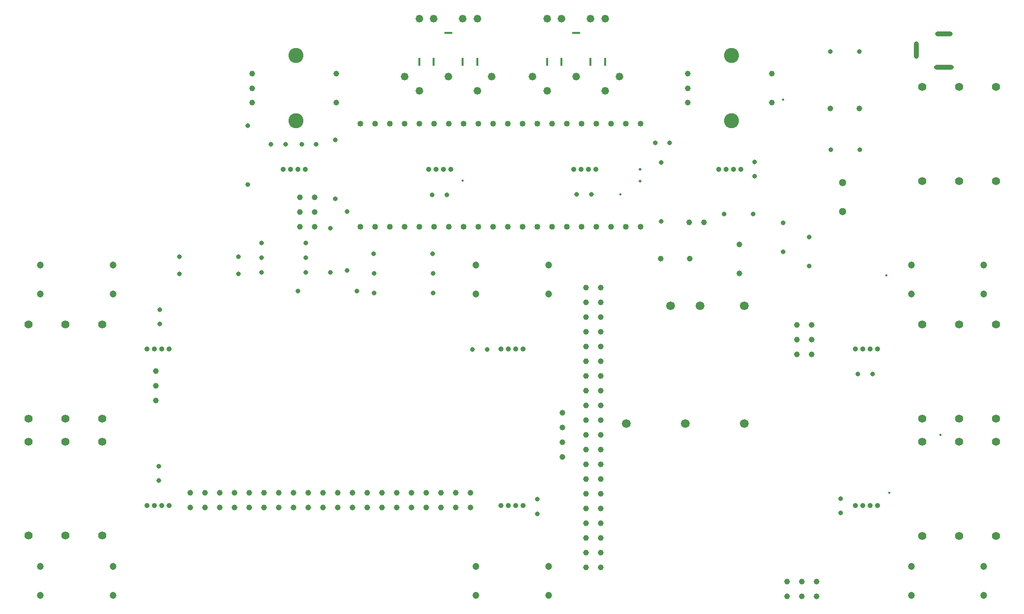
<source format=gbr>
%TF.GenerationSoftware,KiCad,Pcbnew,7.0.1.1-36-gbcf78dbe24-dirty-deb11*%
%TF.CreationDate,2023-03-27T17:52:50+00:00*%
%TF.ProjectId,pedalboard-hw,70656461-6c62-46f6-9172-642d68772e6b,0.0.1*%
%TF.SameCoordinates,Original*%
%TF.FileFunction,Plated,1,2,PTH,Mixed*%
%TF.FilePolarity,Positive*%
%FSLAX46Y46*%
G04 Gerber Fmt 4.6, Leading zero omitted, Abs format (unit mm)*
G04 Created by KiCad (PCBNEW 7.0.1.1-36-gbcf78dbe24-dirty-deb11) date 2023-03-27 17:52:50*
%MOMM*%
%LPD*%
G01*
G04 APERTURE LIST*
%TA.AperFunction,ViaDrill*%
%ADD10C,0.400000*%
%TD*%
G04 aperture for slot hole*
%TA.AperFunction,ComponentDrill*%
%ADD11O,0.400000X1.400000*%
%TD*%
G04 aperture for slot hole*
%TA.AperFunction,ComponentDrill*%
%ADD12O,1.400000X0.400000*%
%TD*%
%TA.AperFunction,ComponentDrill*%
%ADD13C,0.508000*%
%TD*%
%TA.AperFunction,ComponentDrill*%
%ADD14C,0.800000*%
%TD*%
G04 aperture for slot hole*
%TA.AperFunction,ComponentDrill*%
%ADD15O,0.800000X3.000000*%
%TD*%
G04 aperture for slot hole*
%TA.AperFunction,ComponentDrill*%
%ADD16O,3.000000X0.800000*%
%TD*%
G04 aperture for slot hole*
%TA.AperFunction,ComponentDrill*%
%ADD17O,3.400000X0.800000*%
%TD*%
%TA.AperFunction,ComponentDrill*%
%ADD18C,0.900000*%
%TD*%
%TA.AperFunction,ComponentDrill*%
%ADD19C,1.000000*%
%TD*%
%TA.AperFunction,ComponentDrill*%
%ADD20C,1.020000*%
%TD*%
%TA.AperFunction,ComponentDrill*%
%ADD21C,1.200000*%
%TD*%
%TA.AperFunction,ComponentDrill*%
%ADD22C,1.300000*%
%TD*%
%TA.AperFunction,ComponentDrill*%
%ADD23C,1.320800*%
%TD*%
%TA.AperFunction,ComponentDrill*%
%ADD24C,1.400000*%
%TD*%
%TA.AperFunction,ComponentDrill*%
%ADD25C,1.500000*%
%TD*%
%TA.AperFunction,ComponentDrill*%
%ADD26C,2.600000*%
%TD*%
G04 APERTURE END LIST*
D10*
X96500000Y-49950000D03*
X123650000Y-52324000D03*
X151700000Y-36000000D03*
X169468800Y-66294000D03*
X169976800Y-103784400D03*
X178800000Y-93800000D03*
D11*
%TO.C,J17*%
X89000000Y-29500000D03*
X91500000Y-29500000D03*
D12*
X94000000Y-24500000D03*
D11*
X96500000Y-29500000D03*
X99000000Y-29500000D03*
%TO.C,J16*%
X111000000Y-29500000D03*
X113500000Y-29500000D03*
D12*
X116000000Y-24500000D03*
D11*
X118500000Y-29500000D03*
X121000000Y-29500000D03*
D13*
%TO.C,J5*%
X127000000Y-48000000D03*
X127000000Y-50000000D03*
D14*
%TO.C,C9*%
X44155000Y-99200000D03*
X44155000Y-101700000D03*
%TO.C,C6*%
X44355000Y-72200000D03*
X44355000Y-74700000D03*
%TO.C,R3*%
X47695000Y-63050000D03*
%TO.C,R2*%
X47695000Y-66050000D03*
%TO.C,R3*%
X57855000Y-63050000D03*
%TO.C,R2*%
X57855000Y-66050000D03*
%TO.C,L3*%
X59500000Y-40445000D03*
X59500000Y-50605000D03*
%TO.C,U2*%
X61855000Y-60720000D03*
X61855000Y-63260000D03*
X61855000Y-65800000D03*
%TO.C,C1*%
X63475000Y-43700000D03*
X65975000Y-43700000D03*
%TO.C,R1*%
X68120000Y-68980000D03*
%TO.C,C2*%
X68750000Y-43675000D03*
%TO.C,U2*%
X69475000Y-60720000D03*
X69475000Y-63260000D03*
X69475000Y-65800000D03*
%TO.C,C2*%
X71250000Y-43675000D03*
%TO.C,D11*%
X73700000Y-58155000D03*
X73700000Y-65775000D03*
%TO.C,R5*%
X74575000Y-42945000D03*
X74575000Y-53105000D03*
%TO.C,L1*%
X76600000Y-55270000D03*
X76600000Y-65430000D03*
%TO.C,R1*%
X78280000Y-68980000D03*
%TO.C,L2*%
X81120000Y-62575000D03*
%TO.C,L4*%
X81190000Y-65980000D03*
%TO.C,R4*%
X81190000Y-69340000D03*
%TO.C,C3*%
X91250000Y-52400000D03*
%TO.C,L2*%
X91280000Y-62575000D03*
%TO.C,L4*%
X91350000Y-65980000D03*
%TO.C,R4*%
X91350000Y-69340000D03*
%TO.C,C3*%
X93750000Y-52400000D03*
%TO.C,C7*%
X98170000Y-79050000D03*
X100670000Y-79050000D03*
%TO.C,C10*%
X109310000Y-104930000D03*
X109310000Y-107430000D03*
%TO.C,C4*%
X116150000Y-52300000D03*
X118650000Y-52300000D03*
%TO.C,C12*%
X129650000Y-43470000D03*
%TO.C,L5*%
X130700000Y-46820000D03*
X130700000Y-56980000D03*
%TO.C,C12*%
X132150000Y-43470000D03*
%TO.C,C18*%
X141500000Y-55700000D03*
X146500000Y-55700000D03*
%TO.C,C5*%
X146800000Y-46700000D03*
X146800000Y-49200000D03*
%TO.C,C17*%
X151700000Y-57200000D03*
X151700000Y-62200000D03*
%TO.C,C19*%
X156200000Y-59700000D03*
X156200000Y-64700000D03*
%TO.C,F1*%
X159800000Y-27700000D03*
%TO.C,C16*%
X159900000Y-44600000D03*
%TO.C,C11*%
X161620000Y-104800000D03*
X161620000Y-107300000D03*
%TO.C,C8*%
X164570000Y-83300000D03*
%TO.C,F1*%
X164800000Y-27700000D03*
%TO.C,C16*%
X164900000Y-44600000D03*
%TO.C,C8*%
X167070000Y-83300000D03*
D15*
%TO.C,J13*%
X174600000Y-27400000D03*
D16*
X179400000Y-24600000D03*
D17*
X179400000Y-30400000D03*
D18*
%TO.C,D9*%
X42100000Y-79000000D03*
%TO.C,D10*%
X42100000Y-106000000D03*
%TO.C,D9*%
X43370000Y-79000000D03*
%TO.C,D10*%
X43370000Y-106000000D03*
%TO.C,D9*%
X44640000Y-79000000D03*
%TO.C,D10*%
X44640000Y-106000000D03*
%TO.C,D9*%
X45910000Y-79000000D03*
%TO.C,D10*%
X45910000Y-106000000D03*
%TO.C,D1*%
X65600000Y-48000000D03*
X66870000Y-48000000D03*
X68140000Y-48000000D03*
X69410000Y-48000000D03*
%TO.C,D2*%
X90600000Y-48000000D03*
X91870000Y-48000000D03*
X93140000Y-48000000D03*
X94410000Y-48000000D03*
%TO.C,D8*%
X103100000Y-79000000D03*
%TO.C,D7*%
X103100000Y-106000000D03*
%TO.C,D8*%
X104370000Y-79000000D03*
%TO.C,D7*%
X104370000Y-106000000D03*
%TO.C,D8*%
X105640000Y-79000000D03*
%TO.C,D7*%
X105640000Y-106000000D03*
%TO.C,D8*%
X106910000Y-79000000D03*
%TO.C,D7*%
X106910000Y-106000000D03*
%TO.C,D3*%
X115600000Y-48000000D03*
X116870000Y-48000000D03*
X118140000Y-48000000D03*
X119410000Y-48000000D03*
%TO.C,D4*%
X140600000Y-48000000D03*
X141870000Y-48000000D03*
X143140000Y-48000000D03*
X144410000Y-48000000D03*
%TO.C,D5*%
X164100000Y-79000000D03*
%TO.C,D6*%
X164100000Y-106000000D03*
%TO.C,D5*%
X165370000Y-79000000D03*
%TO.C,D6*%
X165370000Y-106000000D03*
%TO.C,D5*%
X166640000Y-79000000D03*
%TO.C,D6*%
X166640000Y-106000000D03*
%TO.C,D5*%
X167910000Y-79000000D03*
%TO.C,D6*%
X167910000Y-106000000D03*
D19*
%TO.C,J4*%
X43615000Y-82790000D03*
X43615000Y-85330000D03*
X43615000Y-87870000D03*
%TO.C,J7*%
X49590000Y-103780000D03*
X49590000Y-106320000D03*
X52130000Y-103780000D03*
X52130000Y-106320000D03*
X54670000Y-103780000D03*
X54670000Y-106320000D03*
X57210000Y-103780000D03*
X57210000Y-106320000D03*
X59750000Y-103780000D03*
X59750000Y-106320000D03*
%TO.C,SW7*%
X60250000Y-31500000D03*
X60250000Y-34000000D03*
X60250000Y-36500000D03*
%TO.C,J7*%
X62290000Y-103780000D03*
X62290000Y-106320000D03*
X64830000Y-103780000D03*
X64830000Y-106320000D03*
X67370000Y-103780000D03*
X67370000Y-106320000D03*
%TO.C,J15*%
X68460000Y-52850000D03*
X68460000Y-55390000D03*
X68460000Y-57930000D03*
%TO.C,J7*%
X69910000Y-103780000D03*
X69910000Y-106320000D03*
%TO.C,J15*%
X71000000Y-52850000D03*
X71000000Y-55390000D03*
X71000000Y-57930000D03*
%TO.C,J7*%
X72450000Y-103780000D03*
X72450000Y-106320000D03*
%TO.C,SW7*%
X74750000Y-31500000D03*
X74750000Y-36500000D03*
%TO.C,J7*%
X74990000Y-103780000D03*
X74990000Y-106320000D03*
X77530000Y-103780000D03*
X77530000Y-106320000D03*
X80070000Y-103780000D03*
X80070000Y-106320000D03*
X82610000Y-103780000D03*
X82610000Y-106320000D03*
X85150000Y-103780000D03*
X85150000Y-106320000D03*
X87690000Y-103780000D03*
X87690000Y-106320000D03*
X90230000Y-103780000D03*
X90230000Y-106320000D03*
X92770000Y-103780000D03*
X92770000Y-106320000D03*
X95310000Y-103780000D03*
X95310000Y-106320000D03*
X97850000Y-103780000D03*
X97850000Y-106320000D03*
%TO.C,J6*%
X113625000Y-89985000D03*
X113625000Y-92525000D03*
X113625000Y-95065000D03*
X113625000Y-97605000D03*
%TO.C,J8*%
X117710000Y-68375600D03*
X117710000Y-70915600D03*
X117710000Y-73455600D03*
X117710000Y-75995600D03*
X117710000Y-78535600D03*
X117710000Y-81075600D03*
X117710000Y-83615600D03*
X117710000Y-86155600D03*
X117710000Y-88695600D03*
X117710000Y-91235600D03*
X117710000Y-93775600D03*
X117710000Y-96315600D03*
X117710000Y-98855600D03*
X117710000Y-101395600D03*
X117710000Y-103935600D03*
X117710000Y-106475600D03*
X117710000Y-109015600D03*
X117710000Y-111555600D03*
X117710000Y-114095600D03*
X117710000Y-116635600D03*
X120250000Y-68375600D03*
X120250000Y-70915600D03*
X120250000Y-73455600D03*
X120250000Y-75995600D03*
X120250000Y-78535600D03*
X120250000Y-81075600D03*
X120250000Y-83615600D03*
X120250000Y-86155600D03*
X120250000Y-88695600D03*
X120250000Y-91235600D03*
X120250000Y-93775600D03*
X120250000Y-96315600D03*
X120250000Y-98855600D03*
X120250000Y-101395600D03*
X120250000Y-103935600D03*
X120250000Y-106475600D03*
X120250000Y-109015600D03*
X120250000Y-111555600D03*
X120250000Y-114095600D03*
X120250000Y-116635600D03*
%TO.C,C15*%
X130600000Y-63400000D03*
%TO.C,SW8*%
X135250000Y-31500000D03*
X135250000Y-34000000D03*
X135250000Y-36500000D03*
%TO.C,J14*%
X135460000Y-57175000D03*
%TO.C,C15*%
X135600000Y-63400000D03*
%TO.C,J14*%
X138000000Y-57175000D03*
%TO.C,C14*%
X144100000Y-60932323D03*
X144100000Y-65932323D03*
%TO.C,SW8*%
X149750000Y-31500000D03*
X149750000Y-36500000D03*
%TO.C,J8*%
X152380000Y-119150600D03*
X152380000Y-121690600D03*
X154015000Y-74845600D03*
X154015000Y-77385600D03*
X154015000Y-79925600D03*
X154920000Y-119150600D03*
X154920000Y-121690600D03*
X156555000Y-74845600D03*
X156555000Y-77385600D03*
X156555000Y-79925600D03*
X157460000Y-119150600D03*
X157460000Y-121690600D03*
%TO.C,C13*%
X159832323Y-37500000D03*
X164832323Y-37500000D03*
D20*
%TO.C,U1*%
X78870000Y-40110000D03*
X78870000Y-57890000D03*
X81410000Y-40110000D03*
X81410000Y-57890000D03*
X83950000Y-40110000D03*
X83950000Y-57890000D03*
X86490000Y-40110000D03*
X86490000Y-57890000D03*
X89030000Y-40110000D03*
X89030000Y-57890000D03*
X91570000Y-40110000D03*
X91570000Y-57890000D03*
X94110000Y-40110000D03*
X94110000Y-57890000D03*
X96650000Y-40110000D03*
X96650000Y-57890000D03*
X99190000Y-40110000D03*
X99190000Y-57890000D03*
X101730000Y-40110000D03*
X101730000Y-57890000D03*
X104270000Y-40110000D03*
X104270000Y-57890000D03*
X106810000Y-40110000D03*
X106810000Y-57890000D03*
X109350000Y-40110000D03*
X109350000Y-57890000D03*
X111890000Y-40110000D03*
X111890000Y-57890000D03*
X114430000Y-40110000D03*
X114430000Y-57890000D03*
X116970000Y-40110000D03*
X116970000Y-57890000D03*
X119510000Y-40110000D03*
X119510000Y-57890000D03*
X122050000Y-40110000D03*
X122050000Y-57890000D03*
X124590000Y-40110000D03*
X124590000Y-57890000D03*
X127130000Y-40110000D03*
X127130000Y-57890000D03*
D21*
%TO.C,SW1*%
X23750000Y-64500000D03*
X23750000Y-69500000D03*
%TO.C,SW4*%
X23750000Y-116500000D03*
X23750000Y-121500000D03*
%TO.C,SW1*%
X36250000Y-64500000D03*
X36250000Y-69500000D03*
%TO.C,SW4*%
X36250000Y-116500000D03*
X36250000Y-121500000D03*
%TO.C,SW2*%
X98750000Y-64500000D03*
X98750000Y-69500000D03*
%TO.C,SW5*%
X98750000Y-116500000D03*
X98750000Y-121500000D03*
%TO.C,SW2*%
X111250000Y-64500000D03*
X111250000Y-69500000D03*
%TO.C,SW5*%
X111250000Y-116500000D03*
X111250000Y-121500000D03*
%TO.C,SW3*%
X173750000Y-64500000D03*
X173750000Y-69500000D03*
%TO.C,SW6*%
X173750000Y-116500000D03*
X173750000Y-121500000D03*
%TO.C,SW3*%
X186250000Y-64500000D03*
X186250000Y-69500000D03*
%TO.C,SW6*%
X186250000Y-116500000D03*
X186250000Y-121500000D03*
D22*
%TO.C,L6*%
X161900000Y-50300000D03*
X161900000Y-55300000D03*
D23*
%TO.C,J2*%
X86505500Y-32000000D03*
X89005500Y-22000000D03*
X89005500Y-34500000D03*
X91505500Y-22000000D03*
X94005500Y-32000000D03*
X96505500Y-22000000D03*
X99005500Y-22000000D03*
X99005500Y-34500000D03*
X101505500Y-32000000D03*
%TO.C,J1*%
X108500000Y-32000000D03*
X111000000Y-22000000D03*
X111000000Y-34500000D03*
X113500000Y-22000000D03*
X116000000Y-32000000D03*
X118500000Y-22000000D03*
X121000000Y-22000000D03*
X121000000Y-34500000D03*
X123500000Y-32000000D03*
D24*
%TO.C,J12*%
X21700000Y-94970000D03*
X21700000Y-111200000D03*
%TO.C,J11*%
X21735000Y-74770000D03*
X21735000Y-91000000D03*
%TO.C,J12*%
X28050000Y-94970000D03*
X28050000Y-111200000D03*
%TO.C,J11*%
X28085000Y-74770000D03*
X28085000Y-91000000D03*
%TO.C,J12*%
X34400000Y-94970000D03*
X34400000Y-111200000D03*
%TO.C,J11*%
X34435000Y-74770000D03*
X34435000Y-91000000D03*
%TO.C,J9*%
X175600000Y-74780000D03*
X175600000Y-91010000D03*
%TO.C,J10*%
X175600000Y-94995000D03*
X175600000Y-111225000D03*
%TO.C,J3*%
X175615000Y-33800000D03*
X175615000Y-50030000D03*
%TO.C,J9*%
X181950000Y-74780000D03*
X181950000Y-91010000D03*
%TO.C,J10*%
X181950000Y-94995000D03*
X181950000Y-111225000D03*
%TO.C,J3*%
X181965000Y-33800000D03*
X181965000Y-50030000D03*
%TO.C,J9*%
X188300000Y-74780000D03*
X188300000Y-91010000D03*
%TO.C,J10*%
X188300000Y-94995000D03*
X188300000Y-111225000D03*
%TO.C,J3*%
X188315000Y-33800000D03*
X188315000Y-50030000D03*
D25*
%TO.C,PS1*%
X124640000Y-91840000D03*
X132260000Y-71520000D03*
X134800000Y-91840000D03*
X137340000Y-71520000D03*
X144960000Y-71520000D03*
X144960000Y-91840000D03*
D26*
%TO.C,SW7*%
X67750000Y-28400000D03*
X67750000Y-39600000D03*
%TO.C,SW8*%
X142750000Y-28400000D03*
X142750000Y-39600000D03*
M02*

</source>
